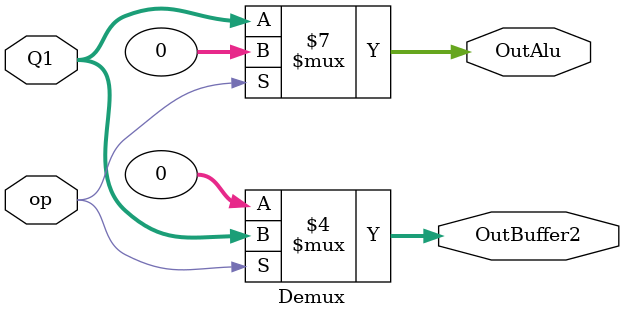
<source format=v>
module Demux (
    input wire [31:0] Q1,  // Entrada desde Buffer1
    input wire op,
    output reg [31:0] OutAlu,
    output reg [31:0] OutBuffer2
);
    
    always @(*) begin
        if (op == 1'b0) begin
            OutAlu = Q1;
            OutBuffer2 = 32'b0;
        end else begin
            OutAlu = 32'b0;
            OutBuffer2 = Q1;
        end
    end
endmodule
</source>
